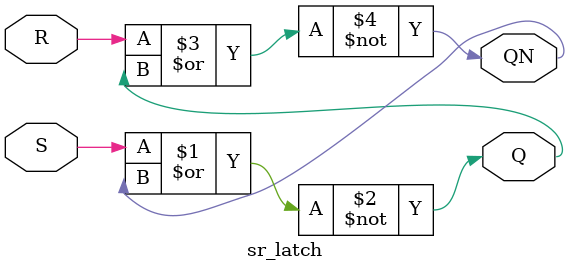
<source format=v>
`timescale 1ns / 1ps


module sr_latch(
    output Q,QN,
    input S,R
    );
    
    nor #10 nor1(Q,S,QN);
    nor #10 nor2(QN,R,Q);
endmodule

</source>
